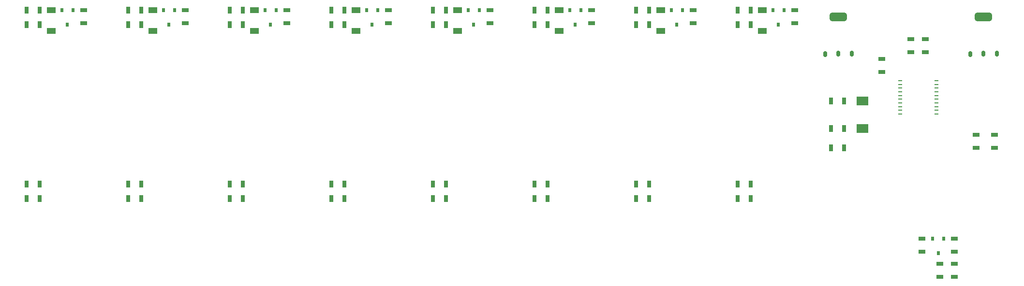
<source format=gtp>
G04*
G04 #@! TF.GenerationSoftware,Altium Limited,Altium Designer,21.6.1 (37)*
G04*
G04 Layer_Color=8421504*
%FSTAX24Y24*%
%MOIN*%
G70*
G04*
G04 #@! TF.SameCoordinates,81F21C5A-03A8-4AE1-96E5-B6EC8A9FC791*
G04*
G04*
G04 #@! TF.FilePolarity,Positive*
G04*
G01*
G75*
%ADD16R,0.0488X0.0300*%
%ADD17R,0.0197X0.0315*%
%ADD18R,0.0300X0.0488*%
%ADD19R,0.0787X0.0591*%
%ADD20R,0.0300X0.0100*%
G04:AMPARAMS|DCode=21|XSize=59.1mil|YSize=118.1mil|CornerRadius=14.8mil|HoleSize=0mil|Usage=FLASHONLY|Rotation=270.000|XOffset=0mil|YOffset=0mil|HoleType=Round|Shape=RoundedRectangle|*
%AMROUNDEDRECTD21*
21,1,0.0591,0.0886,0,0,270.0*
21,1,0.0295,0.1181,0,0,270.0*
1,1,0.0295,-0.0443,-0.0148*
1,1,0.0295,-0.0443,0.0148*
1,1,0.0295,0.0443,0.0148*
1,1,0.0295,0.0443,-0.0148*
%
%ADD21ROUNDEDRECTD21*%
G04:AMPARAMS|DCode=22|XSize=39.4mil|YSize=27.6mil|CornerRadius=6.9mil|HoleSize=0mil|Usage=FLASHONLY|Rotation=270.000|XOffset=0mil|YOffset=0mil|HoleType=Round|Shape=RoundedRectangle|*
%AMROUNDEDRECTD22*
21,1,0.0394,0.0138,0,0,270.0*
21,1,0.0256,0.0276,0,0,270.0*
1,1,0.0138,-0.0069,-0.0128*
1,1,0.0138,-0.0069,0.0128*
1,1,0.0138,0.0069,0.0128*
1,1,0.0138,0.0069,-0.0128*
%
%ADD22ROUNDEDRECTD22*%
%ADD23R,0.0600X0.0400*%
D16*
X0735Y03615D02*
D03*
Y03525D02*
D03*
X07625Y02285D02*
D03*
Y02375D02*
D03*
X0785Y02285D02*
D03*
Y02375D02*
D03*
X08125Y03D02*
D03*
Y0309D02*
D03*
X08D02*
D03*
Y03D02*
D03*
X0765Y0375D02*
D03*
Y0366D02*
D03*
X0755Y0375D02*
D03*
Y0366D02*
D03*
X0785Y0211D02*
D03*
Y022D02*
D03*
X0775D02*
D03*
Y0211D02*
D03*
X0185Y0386D02*
D03*
Y0395D02*
D03*
X0255Y0386D02*
D03*
Y0395D02*
D03*
X0325Y0386D02*
D03*
Y0395D02*
D03*
X0395Y0386D02*
D03*
Y0395D02*
D03*
X0465Y0386D02*
D03*
Y0395D02*
D03*
X0535Y0386D02*
D03*
Y0395D02*
D03*
X0605Y0386D02*
D03*
Y0395D02*
D03*
X0675Y0386D02*
D03*
Y0395D02*
D03*
D17*
X077376Y02275D02*
D03*
X07775Y02375D02*
D03*
X077002D02*
D03*
X065988Y0395D02*
D03*
X066736D02*
D03*
X066362Y0385D02*
D03*
X058988Y0395D02*
D03*
X059736D02*
D03*
X059362Y0385D02*
D03*
X051988Y0395D02*
D03*
X052736D02*
D03*
X052362Y0385D02*
D03*
X037988Y0395D02*
D03*
X038736D02*
D03*
X038362Y0385D02*
D03*
X030988Y0395D02*
D03*
X031736D02*
D03*
X031362Y0385D02*
D03*
X023988Y0395D02*
D03*
X024736D02*
D03*
X024362Y0385D02*
D03*
X016988Y0395D02*
D03*
X017736D02*
D03*
X017362Y0385D02*
D03*
X045362D02*
D03*
X045736Y0395D02*
D03*
X044988D02*
D03*
D18*
X07Y03D02*
D03*
X0709D02*
D03*
X07Y03135D02*
D03*
X0709D02*
D03*
X07Y03325D02*
D03*
X0709D02*
D03*
X06355Y0385D02*
D03*
X06445D02*
D03*
X06355Y0395D02*
D03*
X06445D02*
D03*
X05655Y0385D02*
D03*
X05745D02*
D03*
X05655Y0395D02*
D03*
X05745D02*
D03*
X04955Y0385D02*
D03*
X05045D02*
D03*
X04955Y0395D02*
D03*
X05045D02*
D03*
X04255Y0385D02*
D03*
X04345D02*
D03*
X04255Y0395D02*
D03*
X04345D02*
D03*
X03555Y0385D02*
D03*
X03645D02*
D03*
X03555Y0395D02*
D03*
X03645D02*
D03*
X02855Y0385D02*
D03*
X02945D02*
D03*
X02855Y0395D02*
D03*
X02945D02*
D03*
X02155Y0385D02*
D03*
X02245D02*
D03*
X02155Y0395D02*
D03*
X02245D02*
D03*
X01455Y0385D02*
D03*
X01545D02*
D03*
X01455Y0395D02*
D03*
X01545D02*
D03*
X06355Y0265D02*
D03*
X06445D02*
D03*
X06355Y0275D02*
D03*
X06445D02*
D03*
X05655Y0265D02*
D03*
X05745D02*
D03*
X05655Y0275D02*
D03*
X05745D02*
D03*
X04955Y0265D02*
D03*
X05045D02*
D03*
X04955Y0275D02*
D03*
X05045D02*
D03*
X04255Y0265D02*
D03*
X04345D02*
D03*
X04255Y0275D02*
D03*
X04345D02*
D03*
X03555Y0265D02*
D03*
X03645D02*
D03*
X03555Y0275D02*
D03*
X03645D02*
D03*
X02855Y0265D02*
D03*
X02945D02*
D03*
X02855Y0275D02*
D03*
X02945D02*
D03*
X02155Y0265D02*
D03*
X02245D02*
D03*
X02155Y0275D02*
D03*
X02245D02*
D03*
X01455Y0265D02*
D03*
X01545D02*
D03*
X01455Y0275D02*
D03*
X01545D02*
D03*
D19*
X07215Y03325D02*
D03*
Y03135D02*
D03*
D20*
X07475Y034652D02*
D03*
Y034396D02*
D03*
Y03414D02*
D03*
Y033884D02*
D03*
Y033628D02*
D03*
Y033372D02*
D03*
Y033116D02*
D03*
Y03286D02*
D03*
Y032604D02*
D03*
Y032348D02*
D03*
X07725D02*
D03*
Y032604D02*
D03*
Y033116D02*
D03*
Y033628D02*
D03*
Y033884D02*
D03*
Y03414D02*
D03*
Y034396D02*
D03*
Y034652D02*
D03*
Y03286D02*
D03*
Y033372D02*
D03*
D21*
X0805Y039058D02*
D03*
X0705D02*
D03*
D22*
X081415Y0365D02*
D03*
X0805D02*
D03*
X079594Y03649D02*
D03*
X069594D02*
D03*
X0705Y0365D02*
D03*
X071415D02*
D03*
D23*
X06525Y0395D02*
D03*
Y038083D02*
D03*
X05825Y0395D02*
D03*
Y038083D02*
D03*
X05125Y0395D02*
D03*
Y038083D02*
D03*
X04425Y0395D02*
D03*
Y038083D02*
D03*
X03725Y0395D02*
D03*
Y038083D02*
D03*
X03025Y0395D02*
D03*
Y038083D02*
D03*
X02325Y0395D02*
D03*
Y038083D02*
D03*
X01625Y0395D02*
D03*
Y038083D02*
D03*
M02*

</source>
